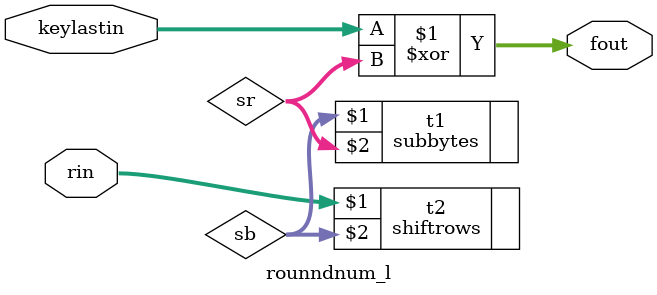
<source format=v>
`timescale 1ns / 1ps

module rounndnum_l(rin,keylastin,fout);
input [127:0]rin;
input [127:0]keylastin;
output [127:0]fout;
wire [127:0] sb,sr,mcl,keyout;
shiftrows t2(rin,sb);
subbytes t1(sb,sr);
assign fout= keylastin^sr;
endmodule

</source>
